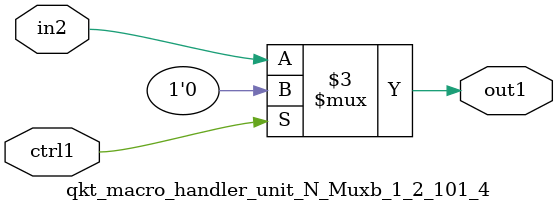
<source format=v>

`timescale 1ps / 1ps


module qkt_macro_handler_unit_N_Muxb_1_2_101_4( in2, ctrl1, out1 );

    input in2;
    input ctrl1;
    output out1;
    reg out1;

    
    // rtl_process:qkt_macro_handler_unit_N_Muxb_1_2_101_4/qkt_macro_handler_unit_N_Muxb_1_2_101_4_thread_1
    always @*
      begin : qkt_macro_handler_unit_N_Muxb_1_2_101_4_thread_1
        case (ctrl1) 
          1'b1: 
            begin
              out1 = 1'b0;
            end
          default: 
            begin
              out1 = in2;
            end
        endcase
      end

endmodule



</source>
